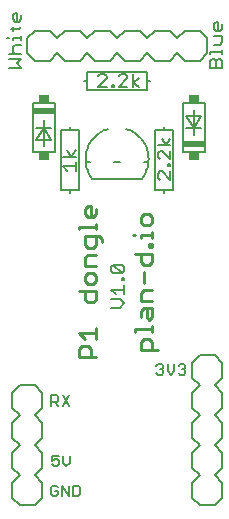
<source format=gto>
G75*
%MOIN*%
%OFA0B0*%
%FSLAX24Y24*%
%IPPOS*%
%LPD*%
%AMOC8*
5,1,8,0,0,1.08239X$1,22.5*
%
%ADD10C,0.0080*%
%ADD11C,0.0060*%
%ADD12C,0.0100*%
%ADD13R,0.0736X0.0200*%
%ADD14R,0.0335X0.0250*%
D10*
X000537Y000756D02*
X000787Y000506D01*
X001287Y000506D01*
X001537Y000756D01*
X001537Y001256D01*
X001287Y001506D01*
X001537Y001756D01*
X001537Y002256D01*
X001287Y002506D01*
X001537Y002756D01*
X001537Y003256D01*
X001287Y003506D01*
X001537Y003756D01*
X001537Y004256D01*
X001287Y004506D01*
X000787Y004506D01*
X000537Y004256D01*
X000537Y003756D01*
X000787Y003506D01*
X000537Y003256D01*
X000537Y002756D01*
X000787Y002506D01*
X000537Y002256D01*
X000537Y001756D01*
X000787Y001506D01*
X000537Y001256D01*
X000537Y000756D01*
X003848Y007097D02*
X004129Y007097D01*
X004269Y007237D01*
X004129Y007377D01*
X003848Y007377D01*
X003988Y007557D02*
X003848Y007697D01*
X004269Y007697D01*
X004269Y007557D02*
X004269Y007837D01*
X004269Y008017D02*
X004269Y008088D01*
X004199Y008088D01*
X004199Y008017D01*
X004269Y008017D01*
X004199Y008248D02*
X003918Y008528D01*
X004199Y008528D01*
X004269Y008458D01*
X004269Y008318D01*
X004199Y008248D01*
X003918Y008248D01*
X003848Y008318D01*
X003848Y008458D01*
X003918Y008528D01*
X002762Y011021D02*
X002462Y011021D01*
X002462Y010921D01*
X002462Y011021D02*
X002162Y011021D01*
X002162Y013021D01*
X002462Y013021D01*
X002462Y013121D01*
X002462Y013021D02*
X002762Y013021D01*
X002762Y011021D01*
X002654Y011668D02*
X002654Y011948D01*
X002654Y011808D02*
X002234Y011808D01*
X002374Y011668D01*
X002234Y012128D02*
X002654Y012128D01*
X002514Y012128D02*
X002654Y012338D01*
X002514Y012128D02*
X002374Y012338D01*
X002992Y011949D02*
X003150Y011949D01*
X003212Y011399D02*
X004862Y011399D01*
X004924Y011949D02*
X005082Y011949D01*
X005388Y012117D02*
X005458Y012047D01*
X005388Y012117D02*
X005388Y012257D01*
X005458Y012327D01*
X005528Y012327D01*
X005808Y012047D01*
X005808Y012327D01*
X005808Y012508D02*
X005388Y012508D01*
X005528Y012718D02*
X005668Y012508D01*
X005808Y012718D01*
X005912Y013021D02*
X005612Y013021D01*
X005612Y013121D01*
X005612Y013021D02*
X005312Y013021D01*
X005312Y011021D01*
X005612Y011021D01*
X005612Y010921D01*
X005612Y011021D02*
X005912Y011021D01*
X005912Y013021D01*
X005808Y011887D02*
X005808Y011817D01*
X005738Y011817D01*
X005738Y011887D01*
X005808Y011887D01*
X005808Y011637D02*
X005808Y011357D01*
X005528Y011637D01*
X005458Y011637D01*
X005388Y011567D01*
X005388Y011427D01*
X005458Y011357D01*
X004150Y011949D02*
X003924Y011949D01*
X004862Y011399D02*
X004899Y011450D01*
X004934Y011503D01*
X004966Y011559D01*
X004994Y011616D01*
X005018Y011675D01*
X005039Y011735D01*
X005056Y011796D01*
X005070Y011858D01*
X005079Y011921D01*
X005085Y011984D01*
X005087Y012048D01*
X005085Y012112D01*
X005079Y012175D01*
X005070Y012238D01*
X005057Y012300D01*
X005039Y012361D01*
X005019Y012421D01*
X004994Y012480D01*
X004967Y012537D01*
X004935Y012593D01*
X004901Y012646D01*
X004863Y012697D01*
X004822Y012746D01*
X004778Y012792D01*
X004732Y012836D01*
X004683Y012877D01*
X004632Y012914D01*
X004578Y012949D01*
X004523Y012980D01*
X004466Y013008D01*
X004407Y013032D01*
X004347Y013052D01*
X003727Y013052D02*
X003667Y013032D01*
X003608Y013008D01*
X003551Y012980D01*
X003496Y012949D01*
X003442Y012914D01*
X003391Y012877D01*
X003342Y012836D01*
X003296Y012792D01*
X003252Y012746D01*
X003211Y012697D01*
X003173Y012646D01*
X003139Y012593D01*
X003108Y012537D01*
X003080Y012480D01*
X003055Y012421D01*
X003035Y012361D01*
X003017Y012300D01*
X003004Y012238D01*
X002995Y012175D01*
X002989Y012112D01*
X002987Y012048D01*
X002989Y011984D01*
X002995Y011921D01*
X003004Y011858D01*
X003018Y011796D01*
X003035Y011735D01*
X003056Y011675D01*
X003080Y011616D01*
X003108Y011559D01*
X003140Y011503D01*
X003175Y011450D01*
X003212Y011399D01*
X003037Y014367D02*
X003037Y014667D01*
X002937Y014667D01*
X003037Y014667D02*
X003037Y014967D01*
X005037Y014967D01*
X005037Y014667D01*
X005137Y014667D01*
X005037Y014667D02*
X005037Y014367D01*
X003037Y014367D01*
X003408Y014463D02*
X003688Y014743D01*
X003688Y014813D01*
X003618Y014883D01*
X003478Y014883D01*
X003408Y014813D01*
X003408Y014463D02*
X003688Y014463D01*
X003868Y014463D02*
X003938Y014463D01*
X003938Y014533D01*
X003868Y014533D01*
X003868Y014463D01*
X004098Y014463D02*
X004379Y014743D01*
X004379Y014813D01*
X004308Y014883D01*
X004168Y014883D01*
X004098Y014813D01*
X004098Y014463D02*
X004379Y014463D01*
X004559Y014463D02*
X004559Y014883D01*
X004769Y014743D02*
X004559Y014603D01*
X004769Y014463D01*
X004787Y015324D02*
X004287Y015324D01*
X004037Y015574D01*
X003787Y015324D01*
X003287Y015324D01*
X003037Y015574D01*
X002787Y015324D01*
X002287Y015324D01*
X002037Y015574D01*
X001787Y015324D01*
X001287Y015324D01*
X001037Y015574D01*
X001037Y016074D01*
X001287Y016324D01*
X001787Y016324D01*
X002037Y016074D01*
X002287Y016324D01*
X002787Y016324D01*
X003037Y016074D01*
X003287Y016324D01*
X003787Y016324D01*
X004037Y016074D01*
X004287Y016324D01*
X004787Y016324D01*
X005037Y016074D01*
X005287Y016324D01*
X005787Y016324D01*
X006037Y016074D01*
X006287Y016324D01*
X006787Y016324D01*
X007037Y016074D01*
X007037Y015574D01*
X006787Y015324D01*
X006287Y015324D01*
X006037Y015574D01*
X005787Y015324D01*
X005287Y015324D01*
X005037Y015574D01*
X004787Y015324D01*
X007120Y015311D02*
X007120Y015101D01*
X007540Y015101D01*
X007540Y015311D01*
X007470Y015381D01*
X007400Y015381D01*
X007330Y015311D01*
X007330Y015101D01*
X007330Y015311D02*
X007260Y015381D01*
X007190Y015381D01*
X007120Y015311D01*
X007120Y015561D02*
X007120Y015631D01*
X007540Y015631D01*
X007540Y015561D02*
X007540Y015701D01*
X007470Y015868D02*
X007540Y015938D01*
X007540Y016148D01*
X007260Y016148D01*
X007330Y016328D02*
X007260Y016398D01*
X007260Y016539D01*
X007330Y016609D01*
X007400Y016609D01*
X007400Y016328D01*
X007470Y016328D02*
X007330Y016328D01*
X007470Y016328D02*
X007540Y016398D01*
X007540Y016539D01*
X007470Y015868D02*
X007260Y015868D01*
X007287Y005506D02*
X006787Y005506D01*
X006537Y005256D01*
X006537Y004756D01*
X006787Y004506D01*
X006537Y004256D01*
X006537Y003756D01*
X006787Y003506D01*
X006537Y003256D01*
X006537Y002756D01*
X006787Y002506D01*
X006537Y002256D01*
X006537Y001756D01*
X006787Y001506D01*
X006537Y001256D01*
X006537Y000756D01*
X006787Y000506D01*
X007287Y000506D01*
X007537Y000756D01*
X007537Y001256D01*
X007287Y001506D01*
X007537Y001756D01*
X007537Y002256D01*
X007287Y002506D01*
X007537Y002756D01*
X007537Y003256D01*
X007287Y003506D01*
X007537Y003756D01*
X007537Y004256D01*
X007287Y004506D01*
X007537Y004756D01*
X007537Y005256D01*
X007287Y005506D01*
X000847Y015101D02*
X000707Y015241D01*
X000847Y015381D01*
X000427Y015381D01*
X000427Y015561D02*
X000847Y015561D01*
X000847Y015841D02*
X000637Y015841D01*
X000567Y015771D01*
X000567Y015631D01*
X000637Y015561D01*
X000427Y015101D02*
X000847Y015101D01*
X000847Y016021D02*
X000847Y016162D01*
X000847Y016091D02*
X000567Y016091D01*
X000567Y016021D01*
X000427Y016091D02*
X000357Y016091D01*
X000497Y016398D02*
X000777Y016398D01*
X000847Y016468D01*
X000777Y016635D02*
X000637Y016635D01*
X000567Y016705D01*
X000567Y016845D01*
X000637Y016916D01*
X000707Y016916D01*
X000707Y016635D01*
X000777Y016635D02*
X000847Y016705D01*
X000847Y016845D01*
X000567Y016468D02*
X000567Y016328D01*
D11*
X001238Y013920D02*
X001962Y013920D01*
X001962Y012280D01*
X001238Y012280D01*
X001238Y013920D01*
X001600Y013350D02*
X001600Y013100D01*
X001350Y013100D01*
X001600Y013100D02*
X001350Y012700D01*
X001850Y012700D01*
X001600Y013100D01*
X001850Y013100D01*
X001600Y013100D02*
X001600Y012500D01*
X005407Y005210D02*
X005521Y005210D01*
X005577Y005154D01*
X005577Y005097D01*
X005521Y005040D01*
X005577Y004984D01*
X005577Y004927D01*
X005521Y004870D01*
X005407Y004870D01*
X005350Y004927D01*
X005464Y005040D02*
X005521Y005040D01*
X005407Y005210D02*
X005350Y005154D01*
X005719Y005210D02*
X005719Y004984D01*
X005832Y004870D01*
X005946Y004984D01*
X005946Y005210D01*
X006087Y005154D02*
X006144Y005210D01*
X006257Y005210D01*
X006314Y005154D01*
X006314Y005097D01*
X006257Y005040D01*
X006314Y004984D01*
X006314Y004927D01*
X006257Y004870D01*
X006144Y004870D01*
X006087Y004927D01*
X006201Y005040D02*
X006257Y005040D01*
X006238Y012280D02*
X006962Y012280D01*
X006962Y013920D01*
X006238Y013920D01*
X006238Y012280D01*
X006600Y012850D02*
X006600Y013100D01*
X006850Y013100D01*
X006600Y013100D02*
X006850Y013500D01*
X006350Y013500D01*
X006600Y013100D01*
X006350Y013100D01*
X006600Y013100D02*
X006600Y013700D01*
X002446Y004171D02*
X002219Y003831D01*
X002077Y003831D02*
X001964Y003944D01*
X002021Y003944D02*
X001850Y003944D01*
X001850Y003831D02*
X001850Y004171D01*
X002021Y004171D01*
X002077Y004114D01*
X002077Y004001D01*
X002021Y003944D01*
X002219Y004171D02*
X002446Y003831D01*
X002461Y002159D02*
X002461Y001932D01*
X002348Y001819D01*
X002235Y001932D01*
X002235Y002159D01*
X002093Y002159D02*
X001866Y002159D01*
X001866Y001989D01*
X001980Y002046D01*
X002036Y002046D01*
X002093Y001989D01*
X002093Y001876D01*
X002036Y001819D01*
X001923Y001819D01*
X001866Y001876D01*
X001899Y001163D02*
X001843Y001106D01*
X001843Y000880D01*
X001899Y000823D01*
X002013Y000823D01*
X002069Y000880D01*
X002069Y000993D01*
X001956Y000993D01*
X002069Y001106D02*
X002013Y001163D01*
X001899Y001163D01*
X002211Y001163D02*
X002211Y000823D01*
X002438Y000823D02*
X002211Y001163D01*
X002438Y001163D02*
X002438Y000823D01*
X002579Y000823D02*
X002749Y000823D01*
X002806Y000880D01*
X002806Y001106D01*
X002749Y001163D01*
X002579Y001163D01*
X002579Y000823D01*
D12*
X002781Y005453D02*
X002781Y005733D01*
X002874Y005827D01*
X003061Y005827D01*
X003155Y005733D01*
X003155Y005453D01*
X003341Y005453D02*
X002781Y005453D01*
X002968Y006061D02*
X002781Y006248D01*
X003341Y006248D01*
X003341Y006061D02*
X003341Y006435D01*
X003248Y007276D02*
X003061Y007276D01*
X002968Y007370D01*
X002968Y007650D01*
X003061Y007884D02*
X003248Y007884D01*
X003341Y007977D01*
X003341Y008164D01*
X003248Y008258D01*
X003061Y008258D01*
X002968Y008164D01*
X002968Y007977D01*
X003061Y007884D01*
X002781Y007650D02*
X003341Y007650D01*
X003341Y007370D01*
X003248Y007276D01*
X003341Y008492D02*
X002968Y008492D01*
X002968Y008772D01*
X003061Y008865D01*
X003341Y008865D01*
X003248Y009099D02*
X003341Y009193D01*
X003341Y009473D01*
X003435Y009473D02*
X002968Y009473D01*
X002968Y009193D01*
X003061Y009099D01*
X003248Y009099D01*
X003528Y009286D02*
X003528Y009380D01*
X003435Y009473D01*
X003341Y009707D02*
X003341Y009894D01*
X003341Y009801D02*
X002781Y009801D01*
X002781Y009707D01*
X003061Y010112D02*
X002968Y010206D01*
X002968Y010393D01*
X003061Y010486D01*
X003155Y010486D01*
X003155Y010112D01*
X003248Y010112D02*
X003061Y010112D01*
X003248Y010112D02*
X003341Y010206D01*
X003341Y010393D01*
X004558Y009526D02*
X004651Y009526D01*
X004838Y009526D02*
X004838Y009433D01*
X004838Y009526D02*
X005211Y009526D01*
X005211Y009433D02*
X005211Y009620D01*
X005118Y009838D02*
X005211Y009932D01*
X005211Y010118D01*
X005118Y010212D01*
X004931Y010212D01*
X004838Y010118D01*
X004838Y009932D01*
X004931Y009838D01*
X005118Y009838D01*
X005118Y009223D02*
X005211Y009223D01*
X005211Y009129D01*
X005118Y009129D01*
X005118Y009223D01*
X005211Y008895D02*
X005211Y008615D01*
X005118Y008521D01*
X004931Y008521D01*
X004838Y008615D01*
X004838Y008895D01*
X004651Y008895D02*
X005211Y008895D01*
X004931Y008287D02*
X004931Y007914D01*
X004931Y007680D02*
X004838Y007586D01*
X004838Y007306D01*
X005211Y007306D01*
X005211Y007072D02*
X005211Y006792D01*
X005118Y006698D01*
X005025Y006792D01*
X005025Y007072D01*
X004931Y007072D02*
X005211Y007072D01*
X004931Y007072D02*
X004838Y006979D01*
X004838Y006792D01*
X004651Y006387D02*
X005211Y006387D01*
X005211Y006480D02*
X005211Y006293D01*
X005118Y006059D02*
X005211Y005966D01*
X005211Y005685D01*
X005398Y005685D02*
X004838Y005685D01*
X004838Y005966D01*
X004931Y006059D01*
X005118Y006059D01*
X004651Y006293D02*
X004651Y006387D01*
X004931Y007680D02*
X005211Y007680D01*
D13*
X006606Y012550D03*
X001594Y013650D03*
D14*
X001600Y014045D03*
X001600Y012155D03*
X006600Y012155D03*
X006600Y014045D03*
M02*

</source>
